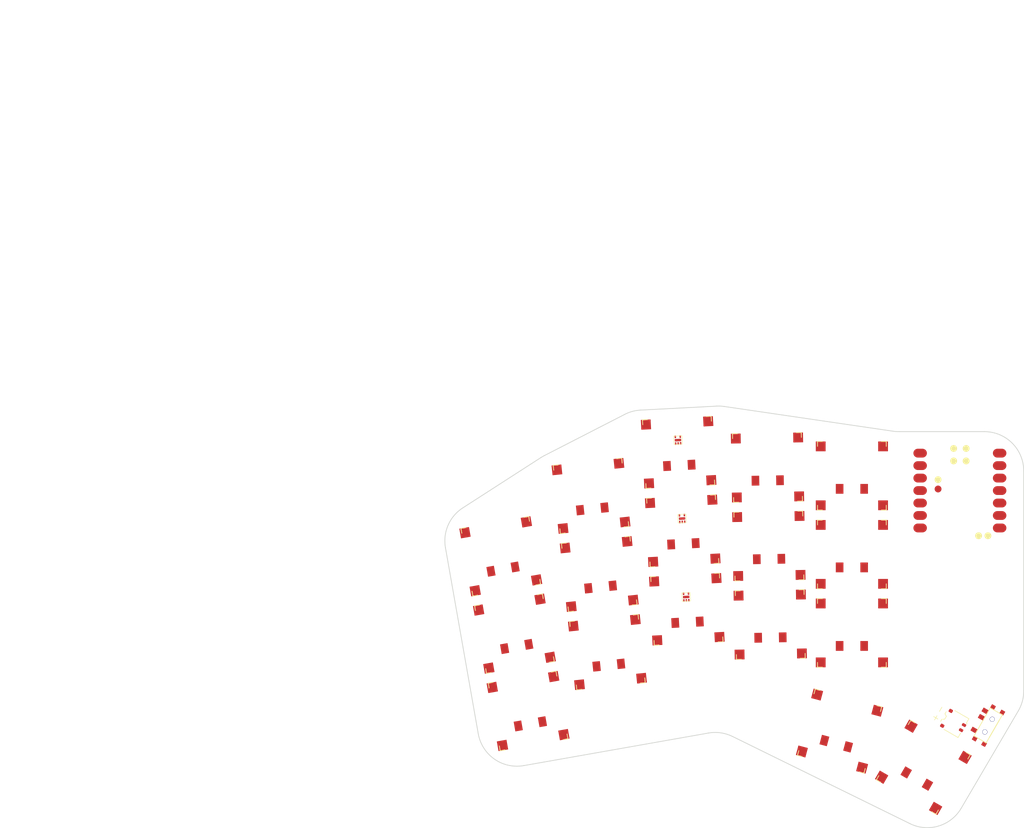
<source format=kicad_pcb>
(kicad_pcb (version 20241229) (generator "pcbnew") (generator_version "9.0")
  (title_block (title "big_diode_energy") (rev "v1.0.0") (company "Unknown"))
  (layers (0 "F.Cu" signal) (2 "B.Cu" signal) (13 "F.Paste" user) (15 "B.Paste" user) (5 "F.SilkS" user) (7 "B.SilkS" user) (1 "F.Mask" user) (3 "B.Mask" user) (25 "Edge.Cuts" user))
  (net 0 "")
  (net 1 "D5")
  (net 2 "pinky_bottom")
  (net 3 "pinky_home")
  (net 4 "pinky_top")
  (net 5 "D3")
  (net 6 "ring_bottom")
  (net 7 "ring_home")
  (net 8 "ring_top")
  (net 9 "D1")
  (net 10 "middle_bottom")
  (net 11 "middle_home")
  (net 12 "middle_top")
  (net 13 "D8")
  (net 14 "index_bottom")
  (net 15 "index_home")
  (net 16 "index_top")
  (net 17 "D10")
  (net 18 "inner_bottom")
  (net 19 "inner_home")
  (net 20 "inner_top")
  (net 21 "near_fan")
  (net 22 "far_fan")
  (net 23 "D4")
  (net 24 "D2")
  (net 25 "D0")
  (net 26 "D6")
  (net 27 "D9")
  (net 28 "D7")
  (net 29 "RAW3V3")
  (net 30 "RAW5V")
  (net 31 "GND")
  (net 32 "BAT")
  (net 33 "BAT_P")
  (footprint "E73:SPDT_C128955" (layer "F.Cu") (at 200.357478 146.648871 -120)
    (property "Reference" "T1" (hide yes))
    (property "Value" "" (hide yes))
    (fp_line (start 3.3 1.5) (end 3.3 -1.35) (stroke (width 0.15)) (layer "F.SilkS"))
    (fp_line (start 1.950001 -1.35) (end -1.95 -1.35) (stroke (width 0.15)) (layer "F.SilkS"))
    (fp_line (start -3.3 1.5) (end 3.3 1.5) (stroke (width 0.15)) (layer "F.SilkS"))
    (fp_line (start 0 -1.35) (end 3.3 -1.35) (stroke (width 0.15)) (layer "F.SilkS"))
    (fp_line (start 0 -1.35) (end -3.3 -1.35) (stroke (width 0.15)) (layer "F.SilkS"))
    (fp_line (start -3.3 -1.35) (end -3.3 1.5) (stroke (width 0.15)) (layer "F.SilkS"))
    (pad "" smd rect (at -3.7 -1.1 240) (size 0.9 0.9) (layers "F.Cu" "F.Mask" "F.Paste"))
    (pad "" smd rect (at -3.7 1.1 240) (size 0.9 0.9) (layers "F.Cu" "F.Mask" "F.Paste"))
    (pad "" np_thru_hole circle (at -1.5 0) (size 1 1) (drill 0.9) (layers "*.Cu" "*.Mask"))
    (pad "" np_thru_hole circle (at 1.5 0) (size 1 1) (drill 0.9) (layers "*.Cu" "*.Mask"))
    (pad "" smd rect (at 3.7 -1.1 240) (size 0.9 0.9) (layers "F.Cu" "F.Mask" "F.Paste"))
    (pad "" smd rect (at 3.7 1.1 240) (size 0.9 0.9) (layers "F.Cu" "F.Mask" "F.Paste"))
    (pad "1" smd rect (at 2.25 2.075 240) (size 0.9 1.25) (layers "F.Cu" "F.Mask" "F.Paste") (net 33 "BAT_P"))
    (pad "2" smd rect (at -0.75 2.075 240) (size 0.9 1.25) (layers "F.Cu" "F.Mask" "F.Paste") (net 32 "BAT"))
    (pad "3" smd rect (at -2.25 2.075 240) (size 0.9 1.25) (layers "F.Cu" "F.Mask" "F.Paste"))
  )
  (footprint "PG1316S" (layer "F.Cu") (at 106.568329 143.677386 10)
    (property "Reference" "S1" (hide yes))
    (property "Value" "" (hide yes))
    (fp_line (start -7 -6) (end -7 -7) (stroke (width 0.15)) (layer "F.SilkS"))
    (fp_line (start -6 -7) (end -7 -7) (stroke (width 0.15)) (layer "F.SilkS"))
    (fp_line (start -7 7) (end -7 6) (stroke (width 0.15)) (layer "F.SilkS"))
    (fp_line (start -7 7) (end -6 7) (stroke (width 0.15)) (layer "F.SilkS"))
    (fp_line (start 7 -7) (end 6 -7) (stroke (width 0.15)) (layer "F.SilkS"))
    (fp_line (start 7 -7) (end 7 -6) (stroke (width 0.15)) (layer "F.SilkS"))
    (fp_line (start 6 7) (end 7 7) (stroke (width 0.15)) (layer "F.SilkS"))
    (fp_line (start 7 6) (end 7 7) (stroke (width 0.15)) (layer "F.SilkS"))
    (pad "1" smd rect (at -2.5 2.65 10) (size 1.55 2) (layers "F.Cu" "F.Mask" "F.Paste") (net 2 "pinky_bottom"))
    (pad "2" smd rect (at 2.5 2.65 10) (size 1.55 2) (layers "F.Cu" "F.Mask" "F.Paste") (net 1 "D5"))
    (pad "MP" smd rect (at -6.35 -6 10) (size 2 2) (layers "F.Cu" "F.Mask" "F.Paste"))
    (pad "MP" smd rect (at -6.35 6 10) (size 2 2) (layers "F.Cu" "F.Mask" "F.Paste"))
    (pad "MP" smd rect (at 6.35 -6 10) (size 2 2) (layers "F.Cu" "F.Mask" "F.Paste"))
    (pad "MP" smd rect (at 6.35 6 10) (size 2 2) (layers "F.Cu" "F.Mask" "F.Paste"))
  )
  (footprint "PG1316S" (layer "F.Cu") (at 155.893528 126.065086 1)
    (property "Reference" "S10" (hide yes))
    (property "Value" "" (hide yes))
    (fp_line (start -7 -6) (end -7 -7) (stroke (width 0.15)) (layer "F.SilkS"))
    (fp_line (start -7 7) (end -7 6) (stroke (width 0.15)) (layer "F.SilkS"))
    (fp_line (start -7 7) (end -6 7) (stroke (width 0.15)) (layer "F.SilkS"))
    (fp_line (start -6 -7) (end -7 -7) (stroke (width 0.15)) (layer "F.SilkS"))
    (fp_line (start 6 7) (end 7 7) (stroke (width 0.15)) (layer "F.SilkS"))
    (fp_line (start 7 -7) (end 6 -7) (stroke (width 0.15)) (layer "F.SilkS"))
    (fp_line (start 7 -7) (end 7 -6) (stroke (width 0.15)) (layer "F.SilkS"))
    (fp_line (start 7 6) (end 7 7) (stroke (width 0.15)) (layer "F.SilkS"))
    (pad "1" smd rect (at -2.5 2.65 1) (size 1.55 2) (layers "F.Cu" "F.Mask" "F.Paste") (net 14 "index_bottom"))
    (pad "2" smd rect (at 2.5 2.65 1) (size 1.55 2) (layers "F.Cu" "F.Mask" "F.Paste") (net 13 "D8"))
    (pad "MP" smd rect (at -6.35 -6 1) (size 2 2) (layers "F.Cu" "F.Mask" "F.Paste"))
    (pad "MP" smd rect (at -6.35 6 1) (size 2 2) (layers "F.Cu" "F.Mask" "F.Paste"))
    (pad "MP" smd rect (at 6.35 -6 1) (size 2 2) (layers "F.Cu" "F.Mask" "F.Paste"))
    (pad "MP" smd rect (at 6.35 6 1) (size 2 2) (layers "F.Cu" "F.Mask" "F.Paste"))
  )
  (footprint "PG1316S" (layer "F.Cu") (at 138.907208 122.949812 3)
    (property "Reference" "S7" (hide yes))
    (property "Value" "" (hide yes))
    (fp_line (start -6.999999 -6) (end -7 -7) (stroke (width 0.15)) (layer "F.SilkS"))
    (fp_line (start -7 7) (end -7 6) (stroke (width 0.15)) (layer "F.SilkS"))
    (fp_line (start -7 7) (end -6 6.999999) (stroke (width 0.15)) (layer "F.SilkS"))
    (fp_line (start -6 -7) (end -7 -7) (stroke (width 0.15)) (layer "F.SilkS"))
    (fp_line (start 6 7) (end 7 7) (stroke (width 0.15)) (layer "F.SilkS"))
    (fp_line (start 7 -7) (end 6 -6.999999) (stroke (width 0.15)) (layer "F.SilkS"))
    (fp_line (start 7 -7) (end 7 -6) (stroke (width 0.15)) (layer "F.SilkS"))
    (fp_line (start 6.999999 6) (end 7 7) (stroke (width 0.15)) (layer "F.SilkS"))
    (pad "1" smd rect (at -2.5 2.65 3) (size 1.55 2) (layers "F.Cu" "F.Mask" "F.Paste") (net 10 "middle_bottom"))
    (pad "2" smd rect (at 2.5 2.65 3) (size 1.55 2) (layers "F.Cu" "F.Mask" "F.Paste") (net 9 "D1"))
    (pad "MP" smd rect (at -6.35 -6 3) (size 2 2) (layers "F.Cu" "F.Mask" "F.Paste"))
    (pad "MP" smd rect (at -6.35 6 3) (size 2 2) (layers "F.Cu" "F.Mask" "F.Paste"))
    (pad "MP" smd rect (at 6.35 -6 3) (size 2 2) (layers "F.Cu" "F.Mask" "F.Paste"))
    (pad "MP" smd rect (at 6.35 6 3) (size 2 2) (layers "F.Cu" "F.Mask" "F.Paste"))
  )
  (footprint "xiao_smd" (layer "F.Cu") (at 194.525904 98.775072)
    (property "Reference" "MCU1" (hide yes))
    (property "Value" "")
    (pad "" smd circle (at -4.445 -2.222 180) (size 1.397 1.397) (layers "F.SilkS"))
    (pad "" smd circle (at -1.27 -8.572 90) (size 1.397 1.397) (layers "F.SilkS"))
    (pad "" smd circle (at -1.27 -6.032 90) (size 1.397 1.397) (layers "F.SilkS"))
    (pad "" smd circle (at 1.27 -8.572 90) (size 1.397 1.397) (layers "F.SilkS"))
    (pad "" smd circle (at 1.27 -6.032 90) (size 1.397 1.397) (layers "F.SilkS"))
    (pad "" smd circle (at 3.81 9.208 180) (size 1.397 1.397) (layers "F.SilkS"))
    (pad "" smd circle (at 5.715 9.208 180) (size 1.397 1.397) (layers "F.SilkS"))
    (pad "1" smd oval (at -7.62 -7.62 180) (size 2.75 1.8) (drill (offset 0.475 0)) (layers "F.Cu" "F.Mask" "F.Paste") (net 25 "D0"))
    (pad "2" smd oval (at -7.62 -5.08 180) (size 2.75 1.8) (drill (offset 0.475 0)) (layers "F.Cu" "F.Mask" "F.Paste") (net 9 "D1"))
    (pad "3" smd oval (at -7.62 -2.54 180) (size 2.75 1.8) (drill (offset 0.475 0)) (layers "F.Cu" "F.Mask" "F.Paste") (net 24 "D2"))
    (pad "4" smd oval (at -7.62 0 180) (size 2.75 1.8) (drill (offset 0.475 0)) (layers "F.Cu" "F.Mask" "F.Paste") (net 5 "D3"))
    (pad "5" smd oval (at -7.62 2.54 180) (size 2.75 1.8) (drill (offset 0.475 0)) (layers "F.Cu" "F.Mask" "F.Paste") (net 23 "D4"))
    (pad "6" smd oval (at -7.62 5.08 180) (size 2.75 1.8) (drill (offset 0.475 0)) (layers "F.Cu" "F.Mask" "F.Paste") (net 1 "D5"))
    (pad "7" smd oval (at -7.62 7.62 180) (size 2.75 1.8) (drill (offset 0.475 0)) (layers "F.Cu" "F.Mask" "F.Paste") (net 26 "D6"))
    (pad "8" smd oval (at 7.62 7.62) (size 2.75 1.8) (drill (offset 0.475 0)) (layers "F.Cu" "F.Mask" "F.Paste") (net 28 "D7"))
    (pad "9" smd oval (at 7.62 5.08) (size 2.75 1.8) (drill (offset 0.475 0)) (layers "F.Cu" "F.Mask" "F.Paste") (net 13 "D8"))
    (pad "10" smd oval (at 7.62 2.54) (size 2.75 1.8) (drill (offset 0.475 0)) (layers "F.Cu" "F.Mask" "F.Paste") (net 27 "D9"))
    (pad "11" smd oval (at 7.62 0) (size 2.75 1.8) (drill (offset 0.475 0)) (layers "F.Cu" "F.Mask" "F.Paste") (net 17 "D10"))
    (pad "12" smd oval (at 7.62 -2.54) (size 2.75 1.8) (drill (offset 0.475 0)) (layers "F.Cu" "F.Mask" "F.Paste") (net 29 "RAW3V3"))
    (pad "13" smd oval (at 7.62 -5.08) (size 2.75 1.8) (drill (offset 0.475 0)) (layers "F.Cu" "F.Mask" "F.Paste") (net 31 "GND"))
    (pad "14" smd oval (at 7.62 -7.62) (size 2.75 1.8) (drill (offset 0.475 0)) (layers "F.Cu" "F.Mask" "F.Paste") (net 30 "RAW5V"))
    (pad "19" smd circle (at -4.445 -0.317 180) (size 1.397 1.397) (layers "F.Cu" "F.Mask" "F.Paste") (net 32 "BAT"))
  )
  (footprint "PG1316S" (layer "F.Cu") (at 155.614289 110.067523 1)
    (property "Reference" "S11" (hide yes))
    (property "Value" "" (hide yes))
    (fp_line (start -7 -6) (end -7 -7) (stroke (width 0.15)) (layer "F.SilkS"))
    (fp_line (start -7 7) (end -7 6) (stroke (width 0.15)) (layer "F.SilkS"))
    (fp_line (start -7 7) (end -6 7) (stroke (width 0.15)) (layer "F.SilkS"))
    (fp_line (start -6 -7) (end -7 -7) (stroke (width 0.15)) (layer "F.SilkS"))
    (fp_line (start 6 7) (end 7 7) (stroke (width 0.15)) (layer "F.SilkS"))
    (fp_line (start 7 -7) (end 6 -7) (stroke (width 0.15)) (layer "F.SilkS"))
    (fp_line (start 7 -7) (end 7 -6) (stroke (width 0.15)) (layer "F.SilkS"))
    (fp_line (start 7 6) (end 7 7) (stroke (width 0.15)) (layer "F.SilkS"))
    (pad "1" smd rect (at -2.5 2.65 1) (size 1.55 2) (layers "F.Cu" "F.Mask" "F.Paste") (net 15 "index_home"))
    (pad "2" smd rect (at 2.5 2.65 1) (size 1.55 2) (layers "F.Cu" "F.Mask" "F.Paste") (net 13 "D8"))
    (pad "MP" smd rect (at -6.35 -6 1) (size 2 2) (layers "F.Cu" "F.Mask" "F.Paste"))
    (pad "MP" smd rect (at -6.35 6 1) (size 2 2) (layers "F.Cu" "F.Mask" "F.Paste"))
    (pad "MP" smd rect (at 6.35 -6 1) (size 2 2) (layers "F.Cu" "F.Mask" "F.Paste"))
    (pad "MP" smd rect (at 6.35 6 1) (size 2 2) (layers "F.Cu" "F.Mask" "F.Paste"))
  )
  (footprint "PG1316S" (layer "F.Cu") (at 103.789958 127.920462 10)
    (property "Reference" "S2" (hide yes))
    (property "Value" "" (hide yes))
    (fp_line (start -7 -6) (end -7 -7) (stroke (width 0.15)) (layer "F.SilkS"))
    (fp_line (start -6 -7) (end -7 -7) (stroke (width 0.15)) (layer "F.SilkS"))
    (fp_line (start -7 7) (end -7 6) (stroke (width 0.15)) (layer "F.SilkS"))
    (fp_line (start -7 7) (end -6 7) (stroke (width 0.15)) (layer "F.SilkS"))
    (fp_line (start 7 -7) (end 6 -7) (stroke (width 0.15)) (layer "F.SilkS"))
    (fp_line (start 7 -7) (end 7 -6) (stroke (width 0.15)) (layer "F.SilkS"))
    (fp_line (start 6 7) (end 7 7) (stroke (width 0.15)) (layer "F.SilkS"))
    (fp_line (start 7 6) (end 7 7) (stroke (width 0.15)) (layer "F.SilkS"))
    (pad "1" smd rect (at -2.5 2.65 10) (size 1.55 2) (layers "F.Cu" "F.Mask" "F.Paste") (net 3 "pinky_home"))
    (pad "2" smd rect (at 2.5 2.65 10) (size 1.55 2) (layers "F.Cu" "F.Mask" "F.Paste") (net 1 "D5"))
    (pad "MP" smd rect (at -6.35 -6 10) (size 2 2) (layers "F.Cu" "F.Mask" "F.Paste"))
    (pad "MP" smd rect (at -6.35 6 10) (size 2 2) (layers "F.Cu" "F.Mask" "F.Paste"))
    (pad "MP" smd rect (at 6.35 -6 10) (size 2 2) (layers "F.Cu" "F.Mask" "F.Paste"))
    (pad "MP" smd rect (at 6.35 6 10) (size 2 2) (layers "F.Cu" "F.Mask" "F.Paste"))
  )
  (footprint "PG1316S" (layer "F.Cu") (at 172.525904 127.775072)
    (property "Reference" "S13" (hide yes))
    (property "Value" "" (hide yes))
    (fp_line (start -7 -6) (end -7 -7) (stroke (width 0.15)) (layer "F.SilkS"))
    (fp_line (start -7 7) (end -7 6) (stroke (width 0.15)) (layer "F.SilkS"))
    (fp_line (start -7 7) (end -6 7) (stroke (width 0.15)) (layer "F.SilkS"))
    (fp_line (start -6 -7) (end -7 -7) (stroke (width 0.15)) (layer "F.SilkS"))
    (fp_line (start 6 7) (end 7 7) (stroke (width 0.15)) (layer "F.SilkS"))
    (fp_line (start 7 -7) (end 6 -7) (stroke (width 0.15)) (layer "F.SilkS"))
    (fp_line (start 7 -7) (end 7 -6) (stroke (width 0.15)) (layer "F.SilkS"))
    (fp_line (start 7 6) (end 7 7) (stroke (width 0.15)) (layer "F.SilkS"))
    (pad "1" smd rect (at -2.5 2.65) (size 1.55 2) (layers "F.Cu" "F.Mask" "F.Paste") (net 18 "inner_bottom"))
    (pad "2" smd rect (at 2.5 2.65) (size 1.55 2) (layers "F.Cu" "F.Mask" "F.Paste") (net 17 "D10"))
    (pad "MP" smd rect (at -6.35 -6) (size 2 2) (layers "F.Cu" "F.Mask" "F.Paste"))
    (pad "MP" smd rect (at -6.35 6) (size 2 2) (layers "F.Cu" "F.Mask" "F.Paste"))
    (pad "MP" smd rect (at 6.35 -6) (size 2 2) (layers "F.Cu" "F.Mask" "F.Paste"))
    (pad "MP" smd rect (at 6.35 6) (size 2 2) (layers "F.Cu" "F.Mask" "F.Paste"))
  )
  (footprint "PG1316S" (layer "F.Cu") (at 121.059579 115.776099 6)
    (property "Reference" "S5" (hide yes))
    (property "Value" "" (hide yes))
    (fp_line (start -7 -6) (end -7 -7) (stroke (width 0.15)) (layer "F.SilkS"))
    (fp_line (start -6 -7) (end -7 -7) (stroke (width 0.15)) (layer "F.SilkS"))
    (fp_line (start -7 7) (end -7 6) (stroke (width 0.15)) (layer "F.SilkS"))
    (fp_line (start -7 7) (end -6 7) (stroke (width 0.15)) (layer "F.SilkS"))
    (fp_line (start 7 -7) (end 6 -7) (stroke (width 0.15)) (layer "F.SilkS"))
    (fp_line (start 7 -7) (end 7 -6) (stroke (width 0.15)) (layer "F.SilkS"))
    (fp_line (start 6 7) (end 7 7) (stroke (width 0.15)) (layer "F.SilkS"))
    (fp_line (start 7 6) (end 7 7) (stroke (width 0.15)) (layer "F.SilkS"))
    (pad "1" smd rect (at -2.5 2.65 6) (size 1.55 2) (layers "F.Cu" "F.Mask" "F.Paste") (net 7 "ring_home"))
    (pad "2" smd rect (at 2.5 2.65 6) (size 1.55 2) (layers "F.Cu" "F.Mask" "F.Paste") (net 5 "D3"))
    (pad "MP" smd rect (at -6.35 -6 6) (size 2 2) (layers "F.Cu" "F.Mask" "F.Paste"))
    (pad "MP" smd rect (at -6.35 6 6) (size 2 2) (layers "F.Cu" "F.Mask" "F.Paste"))
    (pad "MP" smd rect (at 6.35 -6 6) (size 2 2) (layers "F.Cu" "F.Mask" "F.Paste"))
    (pad "MP" smd rect (at 6.35 6 6) (size 2 2) (layers "F.Cu" "F.Mask" "F.Paste"))
  )
  (footprint "PG1316S" (layer "F.Cu") (at 138.069832 106.97174 3)
    (property "Reference" "S8" (hide yes))
    (property "Value" "" (hide yes))
    (fp_line (start -6.999999 -6) (end -7 -7) (stroke (width 0.15)) (layer "F.SilkS"))
    (fp_line (start -7 7) (end -7 6) (stroke (width 0.15)) (layer "F.SilkS"))
    (fp_line (start -7 7) (end -6 6.999999) (stroke (width 0.15)) (layer "F.SilkS"))
    (fp_line (start -6 -7) (end -7 -7) (stroke (width 0.15)) (layer "F.SilkS"))
    (fp_line (start 6 7) (end 7 7) (stroke (width 0.15)) (layer "F.SilkS"))
    (fp_line (start 7 -7) (end 6 -6.999999) (stroke (width 0.15)) (layer "F.SilkS"))
    (fp_line (start 7 -7) (end 7 -6) (stroke (width 0.15)) (layer "F.SilkS"))
    (fp_line (start 6.999999 6) (end 7 7) (stroke (width 0.15)) (layer "F.SilkS"))
    (pad "1" smd rect (at -2.5 2.65 3) (size 1.55 2) (layers "F.Cu" "F.Mask" "F.Paste") (net 11 "middle_home"))
    (pad "2" smd rect (at 2.5 2.65 3) (size 1.55 2) (layers "F.Cu" "F.Mask" "F.Paste") (net 9 "D1"))
    (pad "MP" smd rect (at -6.35 -6 3) (size 2 2) (layers "F.Cu" "F.Mask" "F.Paste"))
    (pad "MP" smd rect (at -6.35 6 3) (size 2 2) (layers "F.Cu" "F.Mask" "F.Paste"))
    (pad "MP" smd rect (at 6.35 -6 3) (size 2 2) (layers "F.Cu" "F.Mask" "F.Paste"))
    (pad "MP" smd rect (at 6.35 6 3) (size 2 2) (layers "F.Cu" "F.Mask" "F.Paste"))
  )
  (footprint "D_MMBD4148PLM" (layer "F.Cu") (at 137.938992 104.475166 -177)
    (property "Reference" "D2" (hide yes))
    (property "Value" "")
    (fp_poly (pts (xy -0.85 -0.85) (xy 0.85 -0.85) (xy 0.85 0.85) (xy -0.85 0.85)) (stroke (width 0.1)) (fill no) (layer "F.SilkS"))
    (pad "1" smd roundrect (at -0.5 -0.6875 3) (size 0.3 0.525) (layers "F.Cu" "F.Mask" "F.Paste") (roundrect_rratio 0.15) (net 15 "index_home"))
    (pad "2" smd roundrect (at 0 -0.6875 3) (size 0.3 0.525) (layers "F.Cu" "F.Mask" "F.Paste") (roundrect_rratio 0.15) (net 11 "middle_home"))
    (pad "3" smd roundrect (at 0.5 -0.6875 3) (size 0.3 0.525) (layers "F.Cu" "F.Mask" "F.Paste") (roundrect_rratio 0.15) (net 7 "ring_home"))
    (pad "4" smd roundrect (at -0.5 0.6875 3) (size 0.3 0.525) (layers "F.Cu" "F.Mask" "F.Paste") (roundrect_rratio 0.15) (net 19 "inner_home"))
    (pad "5" smd roundrect (at 0.5 0.6875 3) (size 0.3 0.525) (layers "F.Cu" "F.Mask" "F.Paste") (roundrect_rratio 0.15) (net 3 "pinky_home"))
    (pad "6" smd roundrect (at 0 0 3) (size 1.3 0.5) (layers "F.Cu" "F.Mask" "F.Paste") (roundrect_rratio 0.15) (net 24 "D2"))
  )
  (footprint "PG1316S" (layer "F.Cu") (at 172.525904 111.775072)
    (property "Reference" "S14" (hide yes))
    (property "Value" "" (hide yes))
    (fp_line (start -7 -6) (end -7 -7) (stroke (width 0.15)) (layer "F.SilkS"))
    (fp_line (start -7 7) (end -7 6) (stroke (width 0.15)) (layer "F.SilkS"))
    (fp_line (start -7 7) (end -6 7) (stroke (width 0.15)) (layer "F.SilkS"))
    (fp_line (start -6 -7) (end -7 -7) (stroke (width 0.15)) (layer "F.SilkS"))
    (fp_line (start 6 7) (end 7 7) (stroke (width 0.15)) (layer "F.SilkS"))
    (fp_line (start 7 -7) (end 6 -7) (stroke (width 0.15)) (layer "F.SilkS"))
    (fp_line (start 7 -7) (end 7 -6) (stroke (width 0.15)) (layer "F.SilkS"))
    (fp_line (start 7 6) (end 7 7) (stroke (width 0.15)) (layer "F.SilkS"))
    (pad "1" smd rect (at -2.5 2.65) (size 1.55 2) (layers "F.Cu" "F.Mask" "F.Paste") (net 19 "inner_home"))
    (pad "2" smd rect (at 2.5 2.65) (size 1.55 2) (layers "F.Cu" "F.Mask" "F.Paste") (net 17 "D10"))
    (pad "MP" smd rect (at -6.35 -6) (size 2 2) (layers "F.Cu" "F.Mask" "F.Paste"))
    (pad "MP" smd rect (at -6.35 6) (size 2 2) (layers "F.Cu" "F.Mask" "F.Paste"))
    (pad "MP" smd rect (at 6.35 -6) (size 2 2) (layers "F.Cu" "F.Mask" "F.Paste"))
    (pad "MP" smd rect (at 6.35 6) (size 2 2) (layers "F.Cu" "F.Mask" "F.Paste"))
  )
  (footprint "D_MMBD4148PLM" (layer "F.Cu") (at 138.776368 120.453238 -177)
    (property "Reference" "D1" (hide yes))
    (property "Value" "")
    (fp_poly (pts (xy -0.85 -0.85) (xy 0.85 -0.85) (xy 0.85 0.85) (xy -0.85 0.85)) (stroke (width 0.1)) (fill no) (layer "F.SilkS"))
    (pad "1" smd roundrect (at -0.5 -0.6875 3) (size 0.3 0.525) (layers "F.Cu" "F.Mask" "F.Paste") (roundrect_rratio 0.15) (net 14 "index_bottom"))
    (pad "2" smd roundrect (at 0 -0.6875 3) (size 0.3 0.525) (layers "F.Cu" "F.Mask" "F.Paste") (roundrect_rratio 0.15) (net 10 "middle_bottom"))
    (pad "3" smd roundrect (at 0.5 -0.6875 3) (size 0.3 0.525) (layers "F.Cu" "F.Mask" "F.Paste") (roundrect_rratio 0.15) (net 6 "ring_bottom"))
    (pad "4" smd roundrect (at -0.5 0.6875 3) (size 0.3 0.525) (layers "F.Cu" "F.Mask" "F.Paste") (roundrect_rratio 0.15) (net 18 "inner_bottom"))
    (pad "5" smd roundrect (at 0.5 0.6875 3) (size 0.3 0.525) (layers "F.Cu" "F.Mask" "F.Paste") (roundrect_rratio 0.15) (net 2 "pinky_bottom"))
    (pad "6" smd roundrect (at 0 0 3) (size 1.3 0.5) (layers "F.Cu" "F.Mask" "F.Paste") (roundrect_rratio 0.15) (net 23 "D4"))
  )
  (footprint "PG1316S" (layer "F.Cu") (at 187.078794 155.148227 -30)
    (property "Reference" "S17" (hide yes))
    (property "Value" "" (hide yes))
    (fp_line (start -7 7) (end -7 6) (stroke (width 0.15)) (layer "F.SilkS"))
    (fp_line (start -7 7) (end -6 7) (stroke (width 0.15)) (layer "F.SilkS"))
    (fp_line (start -7 -6) (end -7 -7) (stroke (width 0.15)) (layer "F.SilkS"))
    (fp_line (start -6 -7) (end -7 -7) (stroke (width 0.15)) (layer "F.SilkS"))
    (fp_line (start 6 7) (end 7 7) (stroke (width 0.15)) (layer "F.SilkS"))
    (fp_line (start 7 6) (end 7 7) (stroke (width 0.15)) (layer "F.SilkS"))
    (fp_line (start 7 -7) (end 6 -7) (stroke (width 0.15)) (layer "F.SilkS"))
    (fp_line (start 7 -7) (end 7 -6) (stroke (width 0.15)) (layer "F.SilkS"))
    (pad "1" smd rect (at -2.500001 2.65 330) (size 1.55 2) (layers "F.Cu" "F.Mask" "F.Paste") (net 22 "far_fan"))
    (pad "2" smd rect (at 2.5 2.649999 330) (size 1.55 2) (layers "F.Cu" "F.Mask" "F.Paste") (net 17 "D10"))
    (pad "MP" smd rect (at -6.35 -6 330) (size 2 2) (layers "F.Cu" "F.Mask" "F.Paste"))
    (pad "MP" smd rect (at -6.35 5.999999 330) (size 2 2) (layers "F.Cu" "F.Mask" "F.Paste"))
    (pad "MP" smd rect (at 6.35 -5.999999 330) (size 2 2) (layers "F.Cu" "F.Mask" "F.Paste"))
    (pad "MP" smd rect (at 6.35 6 330) (size 2 2) (layers "F.Cu" "F.Mask" "F.Paste"))
  )
  (footprint "PG1316S" (layer "F.Cu") (at 137.232457 90.993667 3)
    (property "Reference" "S9" (hide yes))
    (property "Value" "" (hide yes))
    (fp_line (start -6.999999 -6) (end -7 -7) (stroke (width 0.15)) (layer "F.SilkS"))
    (fp_line (start -7 7) (end -7 6) (stroke (width 0.15)) (layer "F.SilkS"))
    (fp_line (start -7 7) (end -6 6.999999) (stroke (width 0.15)) (layer "F.SilkS"))
    (fp_line (start -6 -7) (end -7 -7) (stroke (width 0.15)) (layer "F.SilkS"))
    (fp_line (start 6 7) (end 7 7) (stroke (width 0.15)) (layer "F.SilkS"))
    (fp_line (start 7 -7) (end 6 -6.999999) (stroke (width 0.15)) (layer "F.SilkS"))
    (fp_line (start 7 -7) (end 7 -6) (stroke (width 0.15)) (layer "F.SilkS"))
    (fp_line (start 6.999999 6) (end 7 7) (stroke (width 0.15)) (layer "F.SilkS"))
    (pad "1" smd rect (at -2.5 2.65 3) (size 1.55 2) (layers "F.Cu" "F.Mask" "F.Paste") (net 12 "middle_top"))
    (pad "2" smd rect (at 2.5 2.65 3) (size 1.55 2) (layers "F.Cu" "F.Mask" "F.Paste") (net 9 "D1"))
    (pad "MP" smd rect (at -6.35 -6 3) (size 2 2) (layers "F.Cu" "F.Mask" "F.Paste"))
    (pad "MP" smd rect (at -6.35 6 3) (size 2 2) (layers "F.Cu" "F.Mask" "F.Paste"))
    (pad "MP" smd rect (at 6.35 -6 3) (size 2 2) (layers "F.Cu" "F.Mask" "F.Paste"))
    (pad "MP" smd rect (at 6.35 6 3) (size 2 2) (layers "F.Cu" "F.Mask" "F.Paste"))
  )
  (footprint "PG1316S" (layer "F.Cu") (at 122.732035 131.688449 6)
    (property "Reference" "S4" (hide yes))
    (property "Value" "" (hide yes))
    (fp_line (start -7 -6) (end -7 -7) (stroke (width 0.15)) (layer "F.SilkS"))
    (fp_line (start -6 -7) (end -7 -7) (stroke (width 0.15)) (layer "F.SilkS"))
    (fp_line (start -7 7) (end -7 6) (stroke (width 0.15)) (layer "F.SilkS"))
    (fp_line (start -7 7) (end -6 7) (stroke (width 0.15)) (layer "F.SilkS"))
    (fp_line (start 7 -7) (end 6 -7) (stroke (width 0.15)) (layer "F.SilkS"))
    (fp_line (start 7 -7) (end 7 -6) (stroke (width 0.15)) (layer "F.SilkS"))
    (fp_line (start 6 7) (end 7 7) (stroke (width 0.15)) (layer "F.SilkS"))
    (fp_line (start 7 6) (end 7 7) (stroke (width 0.15)) (layer "F.SilkS"))
    (pad "1" smd rect (at -2.5 2.65 6) (size 1.55 2) (layers "F.Cu" "F.Mask" "F.Paste") (net 6 "ring_bottom"))
    (pad "2" smd rect (at 2.5 2.65 6) (size 1.55 2) (layers "F.Cu" "F.Mask" "F.Paste") (net 5 "D3"))
    (pad "MP" smd rect (at -6.35 -6 6) (size 2 2) (layers "F.Cu" "F.Mask" "F.Paste"))
    (pad "MP" smd rect (at -6.35 6 6) (size 2 2) (layers "F.Cu" "F.Mask" "F.Paste"))
    (pad "MP" smd rect (at 6.35 -6 6) (size 2 2) (layers "F.Cu" "F.Mask" "F.Paste"))
    (pad "MP" smd rect (at 6.35 6 6) (size 2 2) (layers "F.Cu" "F.Mask" "F.Paste"))
  )
  (footprint "D_MMBD4148PLM" (layer "F.Cu") (at 137.101617 88.497093 -177)
    (property "Reference" "D3" (hide yes))
    (property "Value" "")
    (fp_poly (pts (xy -0.85 -0.85) (xy 0.85 -0.85) (xy 0.85 0.85) (xy -0.85 0.85)) (stroke (width 0.1)) (fill no) (layer "F.SilkS"))
    (pad "1" smd roundrect (at -0.5 -0.6875 3) (size 0.3 0.525) (layers "F.Cu" "F.Mask" "F.Paste") (roundrect_rratio 0.15) (net 16 "index_top"))
    (pad "2" smd roundrect (at 0 -0.6875 3) (size 0.3 0.525) (layers "F.Cu" "F.Mask" "F.Paste") (roundrect_rratio 0.15) (net 12 "middle_top"))
    (pad "3" smd roundrect (at 0.5 -0.6875 3) (size 0.3 0.525) (layers "F.Cu" "F.Mask" "F.Paste") (roundrect_rratio 0.15) (net 8 "ring_top"))
    (pad "4" smd roundrect (at -0.5 0.6875 3) (size 0.3 0.525) (layers "F.Cu" "F.Mask" "F.Paste") (roundrect_rratio 0.15) (net 20 "inner_top"))
    (pad "5" smd roundrect (at 0.5 0.6875 3) (size 0.3 0.525) (layers "F.Cu" "F.Mask" "F.Paste") (roundrect_rratio 0.15) (net 4 "pinky_top"))
    (pad "6" smd roundrect (at 0 0 3) (size 1.3 0.5) (layers "F.Cu" "F.Mask" "F.Paste") (roundrect_rratio 0.15) (net 25 "D0"))
  )
  (footprint "PG1316S" (layer "F.Cu") (at 155.335051 94.06996 1)
    (property "Reference" "S12" (hide yes))
    (property "Value" "" (hide yes))
    (fp_line (start -7 -6) (end -7 -7) (stroke (width 0.15)) (layer "F.SilkS"))
    (fp_line (start -7 7) (end -7 6) (stroke (width 0.15)) (layer "F.SilkS"))
    (fp_line (start -7 7) (end -6 7) (stroke (width 0.15)) (layer "F.SilkS"))
    (fp_line (start -6 -7) (end -7 -7) (stroke (width 0.15)) (layer "F.SilkS"))
    (fp_line (start 6 7) (end 7 7) (stroke (width 0.15)) (layer "F.SilkS"))
    (fp_line (start 7 -7) (end 6 -7) (stroke (width 0.15)) (layer "F.SilkS"))
    (fp_line (start 7 -7) (end 7 -6) (stroke (width 0.15)) (layer "F.SilkS"))
    (fp_line (start 7 6) (end 7 7) (stroke (width 0.15)) (layer "F.SilkS"))
    (pad "1" smd rect (at -2.5 2.65 1) (size 1.55 2) (layers "F.Cu" "F.Mask" "F.Paste") (net 16 "index_top"))
    (pad "2" smd rect (at 2.5 2.65 1) (size 1.55 2) (layers "F.Cu" "F.Mask" "F.Paste") (net 13 "D8"))
    (pad "MP" smd rect (at -6.35 -6 1) (size 2 2) (layers "F.Cu" "F.Mask" "F.Paste"))
    (pad "MP" smd rect (at -6.35 6 1) (size 2 2) (layers "F.Cu" "F.Mask" "F.Paste"))
    (pad "MP" smd rect (at 6.35 -6 1) (size 2 2) (layers "F.Cu" "F.Mask" "F.Paste"))
    (pad "MP" smd rect (at 6.35 6 1) (size 2 2) (layers "F.Cu" "F.Mask" "F.Paste"))
  )
  (footprint "PG1316S" (layer "F.Cu") (at 119.387124 99.863749 6)
    (property "Reference" "S6" (hide yes))
    (property "Value" "" (hide yes))
    (fp_line (start -7 -6) (end -7 -7) (stroke (width 0.15)) (layer "F.SilkS"))
    (fp_line (start -6 -7) (end -7 -7) (stroke (width 0.15)) (layer "F.SilkS"))
    (fp_line (start -7 7) (end -7 6) (stroke (width 0.15)) (layer "F.SilkS"))
    (fp_line (start -7 7) (end -6 7) (stroke (width 0.15)) (layer "F.SilkS"))
    (fp_line (start 7 -7) (end 6 -7) (stroke (width 0.15)) (layer "F.SilkS"))
    (fp_line (start 7 -7) (end 7 -6) (stroke (width 0.15)) (layer "F.SilkS"))
    (fp_line (start 6 7) (end 7 7) (stroke (width 0.15)) (layer "F.SilkS"))
    (fp_line (start 7 6) (end 7 7) (stroke (width 0.15)) (layer "F.SilkS"))
    (pad "1" smd rect (at -2.5 2.65 6) (size 1.55 2) (layers "F.Cu" "F.Mask" "F.Paste") (net 8 "ring_top"))
    (pad "2" smd rect (at 2.5 2.65 6) (size 1.55 2) (layers "F.Cu" "F.Mask" "F.Paste") (net 5 "D3"))
    (pad "MP" smd rect (at -6.35 -6 6) (size 2 2) (layers "F.Cu" "F.Mask" "F.Paste"))
    (pad "MP" smd rect (at -6.35 6 6) (size 2 2) (layers "F.Cu" "F.Mask" "F.Paste"))
    (pad "MP" smd rect (at 6.35 -6 6) (size 2 2) (layers "F.Cu" "F.Mask" "F.Paste"))
    (pad "MP" smd rect (at 6.35 6 6) (size 2 2) (layers "F.Cu" "F.Mask" "F.Paste"))
  )
  (footprint "PG1316S" (layer "F.Cu") (at 101.011587 112.163538 10)
    (property "Reference" "S3" (hide yes))
    (property "Value" "" (hide yes))
    (fp_line (start -7 -6) (end -7 -7) (stroke (width 0.15)) (layer "F.SilkS"))
    (fp_line (start -6 -7) (end -7 -7) (stroke (width 0.15)) (layer "F.SilkS"))
    (fp_line (start -7 7) (end -7 6) (stroke (width 0.15)) (layer "F.SilkS"))
    (fp_line (start -7 7) (end -6 7) (stroke (width 0.15)) (layer "F.SilkS"))
    (fp_line (start 7 -7) (end 6 -7) (stroke (width 0.15)) (layer "F.SilkS"))
    (fp_line (start 7 -7) (end 7 -6) (stroke (width 0.15)) (layer "F.SilkS"))
    (fp_line (start 6 7) (end 7 7) (stroke (width 0.15)) (layer "F.SilkS"))
    (fp_line (start 7 6) (end 7 7) (stroke (width 0.15)) (layer "F.SilkS"))
    (pad "1" smd rect (at -2.5 2.65 10) (size 1.55 2) (layers "F.Cu" "F.Mask" "F.Paste") (net 4 "pinky_top"))
    (pad "2" smd rect (at 2.5 2.65 10) (size 1.55 2) (layers "F.Cu" "F.Mask" "F.Paste") (net 1 "D5"))
    (pad "MP" smd rect (at -6.35 -6 10) (size 2 2) (layers "F.Cu" "F.Mask" "F.Paste"))
    (pad "MP" smd rect (at -6.35 6 10) (size 2 2) (layers "F.Cu" "F.Mask" "F.Paste"))
    (pad "MP" smd rect (at 6.35 -6 10) (size 2 2) (layers "F.Cu" "F.Mask" "F.Paste"))
    (pad "MP" smd rect (at 6.35 6 10) (size 2 2) (layers "F.Cu" "F.Mask" "F.Paste"))
  )
  (footprint "PG1316S" (layer "F.Cu") (at 172.525904 95.775072)
    (property "Reference" "S15" (hide yes))
    (property "Value" "" (hide yes))
    (fp_line (start -7 -6) (end -7 -7) (stroke (width 0.15)) (layer "F.SilkS"))
    (fp_line (start -7 7) (end -7 6) (stroke (width 0.15)) (layer "F.SilkS"))
    (fp_line (start -7 7) (end -6 7) (stroke (width 0.15)) (layer "F.SilkS"))
    (fp_line (start -6 -7) (end -7 -7) (stroke (width 0.15)) (layer "F.SilkS"))
    (fp_line (start 6 7) (end 7 7) (stroke (width 0.15)) (layer "F.SilkS"))
    (fp_line (start 7 -7) (end 6 -7) (stroke (width 0.15)) (layer "F.SilkS"))
    (fp_line (start 7 -7) (end 7 -6) (stroke (width 0.15)) (layer "F.SilkS"))
    (fp_line (start 7 6) (end 7 7) (stroke (width 0.15)) (layer "F.SilkS"))
    (pad "1" smd rect (at -2.5 2.65) (size 1.55 2) (layers "F.Cu" "F.Mask" "F.Paste") (net 20 "inner_top"))
    (pad "2" smd rect (at 2.5 2.65) (size 1.55 2) (layers "F.Cu" "F.Mask" "F.Paste") (net 17 "D10"))
    (pad "MP" smd rect (at -6.35 -6) (size 2 2) (layers "F.Cu" "F.Mask" "F.Paste"))
    (pad "MP" smd rect (at -6.35 6) (size 2 2) (layers "F.Cu" "F.Mask" "F.Paste"))
    (pad "MP" smd rect (at 6.35 -6) (size 2 2) (layers "F.Cu" "F.Mask" "F.Paste"))
    (pad "MP" smd rect (at 6.35 6) (size 2 2) (layers "F.Cu" "F.Mask" "F.Paste"))
  )
  (footprint "ceoloide:battery_connector_molex_pico_ezmate_1x02" (layer "F.Cu") (at 193.444819 146.121948 -120)
    (property "Reference" "CONN1" (hide yes))
    (property "Value" "")
    (fp_line (start 1 4.350001) (end 1 3.35) (stroke (width 0.12)) (layer "F.SilkS"))
    (fp_line (start 0.5 3.85) (end 1.5 3.85) (stroke (width 0.12)) (layer "F.SilkS"))
    (fp_line (start -0.5 3.85) (end -1.5 3.85) (stroke (width 0.12)) (layer "F.SilkS"))
    (fp_line (start 0.64 2.63) (end 1.14 2.63) (stroke (width 0.12)) (layer "F.SilkS"))
    (fp_line (start 2.21 1.240001) (end 2.21 -2.09) (stroke (width 0.12)) (layer "F.SilkS"))
    (fp_line (start 0.34 2.13) (end 0.64 2.63) (stroke (width 0.12)) (layer "F.SilkS"))
    (fp_line (start -0.64 2.63) (end -0.34 2.13) (stroke (width 0.12)) (layer "F.SilkS"))
    (fp_line (start -1.14 2.63) (end -0.64 2.63) (stroke (width 0.12)) (layer "F.SilkS"))
    (fp_line (start -0.34 2.13) (end 0.34 2.13) (stroke (width 0.12)) (layer "F.SilkS"))
    (fp_line (start -2.21 1.24) (end -2.21 -2.09) (stroke (width 0.12)) (layer "F.SilkS"))
    (fp_line (start 2.21 -2.09) (end 1.16 -2.09) (stroke (width 0.12)) (layer "F.SilkS"))
    (fp_line (start -1.16 -2.09) (end -1.159999 -2.3) (stroke (width 0.12)) (layer "F.SilkS"))
    (fp_line (start -2.21 -2.09) (end -1.16 -2.09) (stroke (width 0.12)) (layer "F.SilkS"))
    (pad "" smd roundrect (at -1.75 1.9 240) (size 0.7 0.8) (layers "F.Cu" "F.Mask" "F.Paste"))
    (pad "" smd roundrect (at 1.749999 1.9 240) (size 0.7 0.8) (layers "F.Cu" "F.Mask" "F.Paste"))
    (pad "1" smd roundrect (at -0.6 -1.875 240) (size 0.6 0.85) (layers "F.Cu" "F.Mask" "F.Paste") (net 31 "GND"))
    (pad "2" smd roundrect (at 0.6 -1.875 240) (size 0.6 0.85) (layers "F.Cu" "F.Mask" "F.Paste") (net 33 "BAT_P"))
  )
  (footprint "PG1316S" (layer "F.Cu") (at 170.025904 147.775072 -15)
    (property "Reference" "S16" (hide yes))
    (property "Value" "" (hide yes))
    (fp_line (start -7 7) (end -7 6) (stroke (width 0.15)) (layer "F.SilkS"))
    (fp_line (start -7 7) (end -6 7) (stroke (width 0.15)) (layer "F.SilkS"))
    (fp_line (start -7 -6) (end -7 -7) (stroke (width 0.15)) (layer "F.SilkS"))
    (fp_line (start -6 -7) (end -7 -7) (stroke (width 0.15)) (layer "F.SilkS"))
    (fp_line (start 6 7) (end 7 7) (stroke (width 0.15)) (layer "F.SilkS"))
    (fp_line (start 7 6) (end 7 7) (stroke (width 0.15)) (layer "F.SilkS"))
    (fp_line (start 7 -7) (end 6 -7) (stroke (width 0.15)) (layer "F.SilkS"))
    (fp_line (start 7 -7) (end 7 -6) (stroke (width 0.15)) (layer "F.SilkS"))
    (pad "1" smd rect (at -2.5 2.65 345) (size 1.55 2) (layers "F.Cu" "F.Mask" "F.Paste") (net 21 "near_fan"))
    (pad "2" smd rect (at 2.5 2.65 345) (size 1.55 2) (layers "F.Cu" "F.Mask" "F.Paste") (net 13 "D8"))
    (pad "MP" smd rect (at -6.35 -6 345) (size 2 2) (layers "F.Cu" "F.Mask" "F.Paste"))
    (pad "MP" smd rect (at -6.35 6 345) (size 2 2) (layers "F.Cu" "F.Mask" "F.Paste"))
    (pad "MP" smd rect (at 6.35 -6 345) (size 2 2) (layers "F.Cu" "F.Mask" "F.Paste"))
    (pad "MP" smd rect (at 6.35 6 345) (size 2 2) (layers "F.Cu" "F.Mask" "F.Paste"))
  )
  (gr_line (start 146.534478 81.650009) (end 180.949299 86.690619) (stroke (width 0.15)) (layer "Edge.Cuts"))
  (gr_arc (start 89.736053 110.411527) (mid 90.284013 105.818632) (end 93.282531 102.296725) (stroke (width 0.15)) (layer "Edge.Cuts"))
  (gr_line (start 207.525904 94.775072) (end 207.525904 139.602375) (stroke (width 0.15)) (layer "Edge.Cuts"))
  (gr_arc (start 182.10866 86.775072) (mid 181.527444 86.753931) (end 180.949299 86.690619) (stroke (width 0.15)) (layer "Edge.Cuts"))
  (gr_arc (start 105.686267 154.799525) (mid 99.70847 153.474279) (end 96.41862 148.310248) (stroke (width 0.15)) (layer "Edge.Cuts"))
  (gr_arc (start 143.294263 148.168221) (mid 145.808008 148.126117) (end 148.210691 148.866254) (stroke (width 0.15)) (layer "Edge.Cuts"))
  (gr_arc (start 199.525904 86.775072) (mid 205.182758 89.118218) (end 207.525904 94.775072) (stroke (width 0.15)) (layer "Edge.Cuts"))
  (gr_line (start 143.294263 148.168221) (end 105.686267 154.799525) (stroke (width 0.15)) (layer "Edge.Cuts"))
  (gr_line (start 109.845514 91.674336) (end 126.250521 83.25846) (stroke (width 0.15)) (layer "Edge.Cuts"))
  (gr_line (start 206.426819 143.649272) (end 194.790704 163.491598) (stroke (width 0.15)) (layer "Edge.Cuts"))
  (gr_line (start 184.362546 166.62513) (end 148.210691 148.866254) (stroke (width 0.15)) (layer "Edge.Cuts"))
  (gr_arc (start 194.790704 163.491598) (mid 190.191999 167.106283) (end 184.362546 166.62513) (stroke (width 0.15)) (layer "Edge.Cuts"))
  (gr_arc (start 126.250522 83.25846) (mid 127.82089 82.65192) (end 129.483415 82.387426) (stroke (width 0.15)) (layer "Edge.Cuts"))
  (gr_arc (start 207.525904 139.602375) (mid 207.246245 141.69912) (end 206.426819 143.649272) (stroke (width 0.15)) (layer "Edge.Cuts"))
  (gr_line (start 182.10866 86.775072) (end 199.525904 86.775072) (stroke (width 0.15)) (layer "Edge.Cuts"))
  (gr_line (start 96.41862 148.310249) (end 89.736053 110.411527) (stroke (width 0.15)) (layer "Edge.Cuts"))
  (gr_arc (start 144.956429 81.57652) (mid 145.747272 81.574217) (end 146.534478 81.650009) (stroke (width 0.15)) (layer "Edge.Cuts"))
  (gr_arc (start 109.165112 92.066722) (mid 109.500495 91.862174) (end 109.845514 91.674336) (stroke (width 0.15)) (layer "Edge.Cuts"))
  (gr_line (start 129.483415 82.387426) (end 144.956429 81.57652) (stroke (width 0.15)) (layer "Edge.Cuts"))
  (gr_line (start 93.282531 102.296725) (end 109.165111 92.066722) (stroke (width 0.15)) (layer "Edge.Cuts"))
)
</source>
